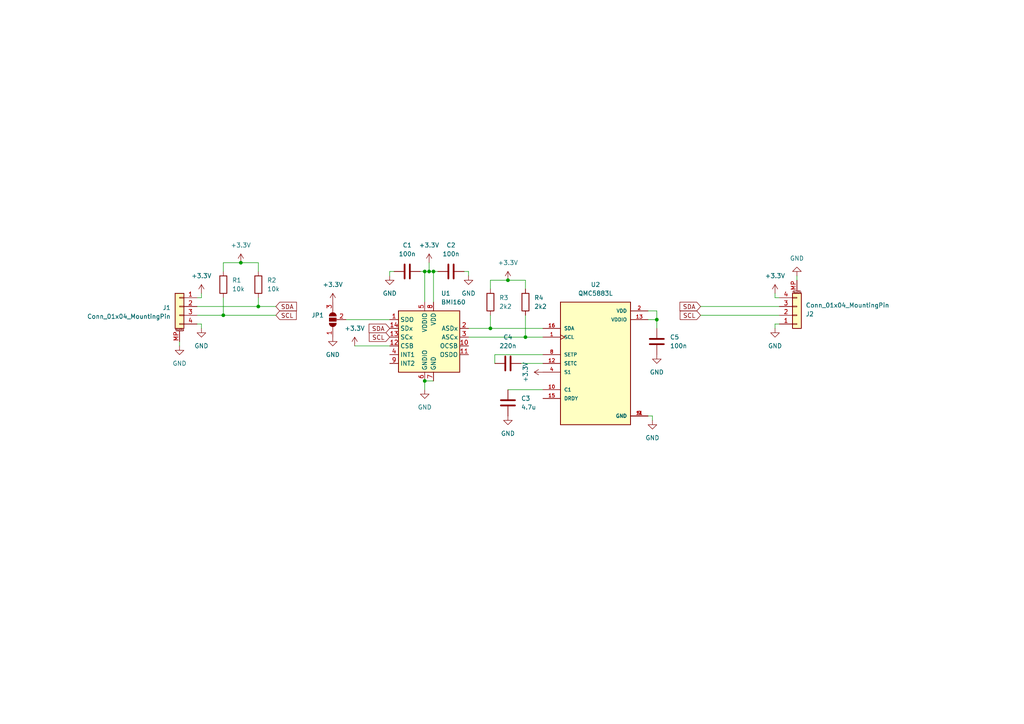
<source format=kicad_sch>
(kicad_sch (version 20230121) (generator eeschema)
  (paper "A4")
  (lib_symbols
    (symbol "Connector_Generic_MountingPin:Conn_01x04_MountingPin" (pin_names (offset 1.016) hide)
      (property "Reference" "J" (at 0 5.08 0))
      (property "Value" "Conn_01x04_MountingPin" (at 1.27 -7.62 0))
      (symbol "Conn_01x04_MountingPin_1_1"
        (rectangle (start -1.27 -4.953) (end 0 -5.207) (stroke (width 0.1524)))
        (rectangle (start -1.27 -2.413) (end 0 -2.667) (stroke (width 0.1524)))
        (rectangle (start -1.27 0.127) (end 0 -0.127) (stroke (width 0.1524)))
        (rectangle (start -1.27 2.667) (end 0 2.413) (stroke (width 0.1524)))
        (rectangle (start -1.27 3.81) (end 1.27 -6.35) (stroke (width 0.254)) (fill (type background)))
        (polyline (pts (xy -1.016 -7.112) (xy 1.016 -7.112)) (stroke (width 0.1524)))
        (text "Mounting" (at 0 -6.731 0) (effects (font (size 0.381 0.381))))
        (pin passive line (at -5.08 2.54 0) (length 3.81) (name "Pin_1") (number "1"))
        (pin passive line (at -5.08 0 0) (length 3.81) (name "Pin_2") (number "2"))
        (pin passive line (at -5.08 -2.54 0) (length 3.81) (name "Pin_3") (number "3"))
        (pin passive line (at -5.08 -5.08 0) (length 3.81) (name "Pin_4") (number "4"))
        (pin passive line (at 0 -10.16 90) (length 3.048) (name "MountPin") (number "MP"))
      )
    )
    (symbol "Device:C" (pin_numbers hide) (pin_names (offset 0.254))
      (property "Reference" "C" (at 0.635 2.54 0))
      (property "Value" "C" (at 0.635 -2.54 0))
      (symbol "C_0_1"
        (polyline (pts (xy -2.032 -0.762) (xy 2.032 -0.762)) (stroke (width 0.508)))
        (polyline (pts (xy -2.032 0.762) (xy 2.032 0.762)) (stroke (width 0.508)))
      )
      (symbol "C_1_1"
        (pin passive line (at 0 3.81 270) (length 2.794) (name "~") (number "1"))
        (pin passive line (at 0 -3.81 90) (length 2.794) (name "~") (number "2"))
      )
    )
    (symbol "Device:R" (pin_numbers hide) (pin_names (offset 0))
      (property "Reference" "R" (at 2.032 0 90))
      (property "Value" "R" (at 0 0 90))
      (symbol "R_0_1"
        (rectangle (start -1.016 -2.54) (end 1.016 2.54) (stroke (width 0.254)))
      )
      (symbol "R_1_1"
        (pin passive line (at 0 3.81 270) (length 1.27) (name "~") (number "1"))
        (pin passive line (at 0 -3.81 90) (length 1.27) (name "~") (number "2"))
      )
    )
    (symbol "HMC5883L-TR:HMC5883L-TR" (pin_names (offset 1.016))
      (property "Reference" "U" (at -10.16 19.05 0))
      (property "Value" "HMC5883L-TR" (at -10.16 -20.32 0))
      (symbol "HMC5883L-TR_0_0"
        (rectangle (start -10.16 -17.78) (end 10.16 17.78) (stroke (width 0.254)) (fill (type background)))
        (pin input clock (at -15.24 7.62 0) (length 5.08) (name "SCL") (number "1"))
        (pin bidirectional line (at -15.24 -7.62 0) (length 5.08) (name "C1") (number "10"))
        (pin power_in line (at 15.24 -15.24 180) (length 5.08) (name "GND") (number "11"))
        (pin bidirectional line (at -15.24 0 0) (length 5.08) (name "SETC") (number "12"))
        (pin power_in line (at 15.24 12.7 180) (length 5.08) (name "VDDIO") (number "13"))
        (pin bidirectional line (at -15.24 -10.16 0) (length 5.08) (name "DRDY") (number "15"))
        (pin input line (at -15.24 10.16 0) (length 5.08) (name "SDA") (number "16"))
        (pin power_in line (at 15.24 15.24 180) (length 5.08) (name "VDD") (number "2"))
        (pin bidirectional line (at -15.24 -2.54 0) (length 5.08) (name "S1") (number "4"))
        (pin bidirectional line (at -15.24 2.54 0) (length 5.08) (name "SETP") (number "8"))
        (pin power_in line (at 15.24 -15.24 180) (length 5.08) (name "GND") (number "9"))
      )
    )
    (symbol "Jumper:SolderJumper_3_Open" (pin_names (offset 0) hide)
      (property "Reference" "JP" (at -2.54 -2.54 0))
      (property "Value" "SolderJumper_3_Open" (at 0 2.794 0))
      (symbol "SolderJumper_3_Open_0_1"
        (arc (start -1.016 1.016) (mid -2.0276 0) (end -1.016 -1.016))
        (arc (start -1.016 1.016) (mid -2.0276 0) (end -1.016 -1.016) (fill (type outline)))
        (rectangle (start -0.508 1.016) (end 0.508 -1.016) (fill (type outline)))
        (polyline (pts (xy -2.54 0) (xy -2.032 0)))
        (polyline (pts (xy -1.016 1.016) (xy -1.016 -1.016)))
        (polyline (pts (xy 0 -1.27) (xy 0 -1.016)))
        (polyline (pts (xy 1.016 1.016) (xy 1.016 -1.016)))
        (polyline (pts (xy 2.54 0) (xy 2.032 0)))
        (arc (start 1.016 -1.016) (mid 2.0276 0) (end 1.016 1.016))
        (arc (start 1.016 -1.016) (mid 2.0276 0) (end 1.016 1.016) (fill (type outline)))
      )
      (symbol "SolderJumper_3_Open_1_1"
        (pin passive line (at -5.08 0 0) (length 2.54) (name "A") (number "1"))
        (pin passive line (at 0 -3.81 90) (length 2.54) (name "C") (number "2"))
        (pin passive line (at 5.08 0 180) (length 2.54) (name "B") (number "3"))
      )
    )
    (symbol "Sensor_Motion:BMI160"
      (property "Reference" "U" (at -10.16 8.89 0))
      (property "Value" "BMI160" (at 7.62 8.89 0))
      (symbol "BMI160_1_1"
        (rectangle (start -10.16 7.62) (end 7.62 -10.16) (stroke (width 0.254)) (fill (type background)))
        (pin bidirectional line (at -12.7 5.08 0) (length 2.54) (name "SDO") (number "1"))
        (pin bidirectional line (at 10.16 -2.54 180) (length 2.54) (name "OCSB") (number "10"))
        (pin bidirectional line (at 10.16 -5.08 180) (length 2.54) (name "OSDO") (number "11"))
        (pin input line (at -12.7 -2.54 0) (length 2.54) (name "CSB") (number "12"))
        (pin input line (at -12.7 0 0) (length 2.54) (name "SCx") (number "13"))
        (pin bidirectional line (at -12.7 2.54 0) (length 2.54) (name "SDx") (number "14"))
        (pin bidirectional line (at 10.16 2.54 180) (length 2.54) (name "ASDx") (number "2"))
        (pin output line (at 10.16 0 180) (length 2.54) (name "ASCx") (number "3"))
        (pin bidirectional line (at -12.7 -5.08 0) (length 2.54) (name "INT1") (number "4"))
        (pin power_in line (at -2.54 10.16 270) (length 2.54) (name "VDDIO") (number "5"))
        (pin power_in line (at -2.54 -12.7 90) (length 2.54) (name "GNDIO") (number "6"))
        (pin power_in line (at 0 -12.7 90) (length 2.54) (name "GND") (number "7"))
        (pin power_in line (at 0 10.16 270) (length 2.54) (name "VDD") (number "8"))
        (pin bidirectional line (at -12.7 -7.62 0) (length 2.54) (name "INT2") (number "9"))
      )
    )
    (symbol "power:+3.3V" (power) (pin_names (offset 0))
      (property "Value" "+3.3V" (at 0 3.556 0))
      (symbol "+3.3V_0_1"
        (polyline (pts (xy -0.762 1.27) (xy 0 2.54)))
        (polyline (pts (xy 0 0) (xy 0 2.54)))
        (polyline (pts (xy 0 2.54) (xy 0.762 1.27)))
      )
      (symbol "+3.3V_1_1"
        (pin power_in line (at 0 0 90) (length 0) hide (name "+3.3V") (number "1"))
      )
    )
    (symbol "power:GND" (power) (pin_names (offset 0))
      (property "Value" "GND" (at 0 -3.81 0))
      (symbol "GND_0_1"
        (polyline (pts (xy 0 0) (xy 0 -1.27) (xy 1.27 -1.27) (xy 0 -2.54) (xy -1.27 -1.27) (xy 0 -1.27)))
      )
      (symbol "GND_1_1"
        (pin power_in line (at 0 0 270) (length 0) hide (name "GND") (number "1"))
      )
    )
  )
  (junction (at 69.85 76.2))
  (junction (at 124.46 78.74))
  (junction (at 64.77 91.44))
  (junction (at 190.5 92.71))
  (junction (at 125.73 78.74))
  (junction (at 147.32 81.28))
  (junction (at 123.19 110.49))
  (junction (at 152.4 97.79))
  (junction (at 74.93 88.9))
  (junction (at 123.19 78.74))
  (junction (at 142.24 95.25))
  (wire (pts (xy 69.85 76.2) (xy 74.93 76.2)))
  (wire (pts (xy 226.06 93.98) (xy 224.79 93.98)))
  (wire (pts (xy 147.32 81.28) (xy 152.4 81.28)))
  (wire (pts (xy 142.24 83.82) (xy 142.24 81.28)))
  (wire (pts (xy 142.24 81.28) (xy 147.32 81.28)))
  (wire (pts (xy 100.33 92.71) (xy 113.03 92.71)))
  (wire (pts (xy 52.07 99.06) (xy 52.07 100.33)))
  (wire (pts (xy 203.2 91.44) (xy 226.06 91.44)))
  (wire (pts (xy 187.96 92.71) (xy 190.5 92.71)))
  (wire (pts (xy 134.62 78.74) (xy 135.89 78.74)))
  (wire (pts (xy 74.93 86.36) (xy 74.93 88.9)))
  (wire (pts (xy 189.23 120.65) (xy 189.23 121.92)))
  (wire (pts (xy 142.24 95.25) (xy 157.48 95.25)))
  (wire (pts (xy 123.19 110.49) (xy 123.19 113.03)))
  (wire (pts (xy 64.77 86.36) (xy 64.77 91.44)))
  (wire (pts (xy 147.32 113.03) (xy 157.48 113.03)))
  (wire (pts (xy 124.46 78.74) (xy 125.73 78.74)))
  (wire (pts (xy 190.5 92.71) (xy 190.5 95.25)))
  (wire (pts (xy 123.19 110.49) (xy 125.73 110.49)))
  (wire (pts (xy 135.89 95.25) (xy 142.24 95.25)))
  (wire (pts (xy 125.73 87.63) (xy 125.73 78.74)))
  (wire (pts (xy 124.46 76.2) (xy 124.46 78.74)))
  (wire (pts (xy 152.4 97.79) (xy 157.48 97.79)))
  (wire (pts (xy 58.42 86.36) (xy 58.42 85.09)))
  (wire (pts (xy 57.15 93.98) (xy 58.42 93.98)))
  (wire (pts (xy 151.13 105.41) (xy 157.48 105.41)))
  (wire (pts (xy 124.46 78.74) (xy 123.19 78.74)))
  (wire (pts (xy 57.15 88.9) (xy 74.93 88.9)))
  (wire (pts (xy 142.24 91.44) (xy 142.24 95.25)))
  (wire (pts (xy 64.77 91.44) (xy 80.01 91.44)))
  (wire (pts (xy 187.96 120.65) (xy 189.23 120.65)))
  (wire (pts (xy 203.2 88.9) (xy 226.06 88.9)))
  (wire (pts (xy 143.51 102.87) (xy 143.51 105.41)))
  (wire (pts (xy 102.87 100.33) (xy 113.03 100.33)))
  (wire (pts (xy 226.06 86.36) (xy 224.79 86.36)))
  (wire (pts (xy 64.77 76.2) (xy 69.85 76.2)))
  (wire (pts (xy 125.73 78.74) (xy 127 78.74)))
  (wire (pts (xy 135.89 78.74) (xy 135.89 80.01)))
  (wire (pts (xy 64.77 78.74) (xy 64.77 76.2)))
  (wire (pts (xy 231.14 81.28) (xy 231.14 80.01)))
  (wire (pts (xy 58.42 93.98) (xy 58.42 95.25)))
  (wire (pts (xy 135.89 97.79) (xy 152.4 97.79)))
  (wire (pts (xy 114.3 78.74) (xy 113.03 78.74)))
  (wire (pts (xy 152.4 91.44) (xy 152.4 97.79)))
  (wire (pts (xy 123.19 87.63) (xy 123.19 78.74)))
  (wire (pts (xy 152.4 81.28) (xy 152.4 83.82)))
  (wire (pts (xy 113.03 78.74) (xy 113.03 80.01)))
  (wire (pts (xy 74.93 88.9) (xy 80.01 88.9)))
  (wire (pts (xy 224.79 86.36) (xy 224.79 85.09)))
  (wire (pts (xy 157.48 102.87) (xy 143.51 102.87)))
  (wire (pts (xy 74.93 76.2) (xy 74.93 78.74)))
  (wire (pts (xy 57.15 86.36) (xy 58.42 86.36)))
  (wire (pts (xy 224.79 93.98) (xy 224.79 95.25)))
  (wire (pts (xy 190.5 90.17) (xy 190.5 92.71)))
  (wire (pts (xy 57.15 91.44) (xy 64.77 91.44)))
  (wire (pts (xy 187.96 90.17) (xy 190.5 90.17)))
  (wire (pts (xy 123.19 78.74) (xy 121.92 78.74)))
  (global_label "SDA" (shape input) (at 203.2 88.9 180) (property "Intersheetrefs" "${INTERSHEET_REFS}" (effects hide)))
  (global_label "SCL" (shape input) (at 203.2 91.44 180) (property "Intersheetrefs" "${INTERSHEET_REFS}" (effects hide)))
  (global_label "SCL" (shape input) (at 80.01 91.44 0) (property "Intersheetrefs" "${INTERSHEET_REFS}" (effects hide)))
  (global_label "SDA" (shape input) (at 113.03 95.25 180) (property "Intersheetrefs" "${INTERSHEET_REFS}" (effects hide)))
  (global_label "SCL" (shape input) (at 113.03 97.79 180) (property "Intersheetrefs" "${INTERSHEET_REFS}" (effects hide)))
  (global_label "SDA" (shape input) (at 80.01 88.9 0) (property "Intersheetrefs" "${INTERSHEET_REFS}" (effects hide)))
  (symbol (lib_id "Sensor_Motion:BMI160") (at 125.73 97.79 0) (unit 1)
    (property "Reference" "U1" (at 127.9241 85.09 0) (effects (justify left)))
    (property "Value" "BMI160" (at 127.9241 87.63 0) (effects (justify left)))
    (property "Footprint" "Package_LGA:Bosch_LGA-14_3x2.5mm_P0.5mm" (effects hide))
    (property "Datasheet" "https://www.bosch-sensortec.com/media/boschsensortec/downloads/datasheets/bst-bmi160-ds000.pdf" (effects hide))
  )
  (symbol (lib_id "Device:R") (at 64.77 82.55 0) (unit 1)
    (property "Reference" "R1" (at 67.31 81.28 0) (effects (justify left)))
    (property "Value" "10k" (at 67.31 83.82 0) (effects (justify left)))
    (property "Footprint" "Resistor_SMD:R_0201_0603Metric" (effects hide))
  )
  (symbol (lib_id "power:GND") (at 189.23 121.92 0) (unit 1)
    (property "Reference" "#PWR016" (effects hide))
    (property "Value" "GND" (at 189.23 127 0))
  )
  (symbol (lib_id "power:GND") (at 52.07 100.33 0) (mirror y) (unit 1)
    (property "Reference" "#PWR09" (effects hide))
    (property "Value" "GND" (at 52.07 105.41 0))
  )
  (symbol (lib_id "Device:R") (at 74.93 82.55 0) (unit 1)
    (property "Reference" "R2" (at 77.47 81.28 0) (effects (justify left)))
    (property "Value" "10k" (at 77.47 83.82 0) (effects (justify left)))
    (property "Footprint" "Resistor_SMD:R_0201_0603Metric" (effects hide))
  )
  (symbol (lib_id "power:+3.3V") (at 124.46 76.2 0) (mirror y) (unit 1)
    (property "Reference" "#PWR02" (effects hide))
    (property "Value" "+3.3V" (at 124.46 71.12 0))
  )
  (symbol (lib_id "power:GND") (at 135.89 80.01 0) (unit 1)
    (property "Reference" "#PWR05" (effects hide))
    (property "Value" "GND" (at 135.89 85.09 0))
  )
  (symbol (lib_id "HMC5883L-TR:HMC5883L-TR") (at 172.72 105.41 0) (unit 1)
    (property "Reference" "U2" (at 172.72 82.55 0))
    (property "Value" "QMC5883L" (at 172.72 85.09 0))
    (property "Footprint" "footprints:XDCR_HMC5883L-TR" (effects hide))
    (property "MF" "Honeywell Aerospace" (effects hide))
    (property "Description" "\nMagnetoresistive Sensor X, Y, Z Axis 16-LCC\n" (effects hide))
    (property "Package" "LCC-16 Honeywell" (effects hide))
    (property "Price" "None" (effects hide))
    (property "Check_prices" "https://www.snapeda.com/parts/HMC5883L-TR/Honeywell+Aerospace/view-part/?ref=eda" (effects hide))
    (property "STANDARD" "Manufacturer Recommendations" (effects hide))
    (property "PARTREV" "E" (effects hide))
    (property "SnapEDA_Link" "https://www.snapeda.com/parts/HMC5883L-TR/Honeywell+Aerospace/view-part/?ref=snap" (effects hide))
    (property "MP" "HMC5883L-TR" (effects hide))
    (property "Availability" "In Stock" (effects hide))
    (property "PACKAGE_MAXIMUM_HEIGHT" "0.9mm" (effects hide))
    (property "MANUFACTURER" "HONEYWELL" (effects hide))
  )
  (symbol (lib_id "Connector_Generic_MountingPin:Conn_01x04_MountingPin") (at 231.14 91.44 0) (mirror x) (unit 1)
    (property "Reference" "J2" (at 233.68 91.0844 0) (effects (justify left)))
    (property "Value" "Conn_01x04_MountingPin" (at 233.68 88.5444 0) (effects (justify left)))
    (property "Footprint" "Connector_JST:JST_SH_SM04B-SRSS-TB_1x04-1MP_P1.00mm_Horizontal" (effects hide))
  )
  (symbol (lib_id "Device:C") (at 118.11 78.74 90) (unit 1)
    (property "Reference" "C1" (at 118.11 71.12 90))
    (property "Value" "100n" (at 118.11 73.66 90))
    (property "Footprint" "Capacitor_SMD:C_0201_0603Metric" (effects hide))
  )
  (symbol (lib_id "power:+3.3V") (at 147.32 81.28 0) (mirror y) (unit 1)
    (property "Reference" "#PWR015" (effects hide))
    (property "Value" "+3.3V" (at 147.32 76.2 0))
  )
  (symbol (lib_id "Device:C") (at 190.5 99.06 0) (unit 1)
    (property "Reference" "C5" (at 194.31 97.79 0) (effects (justify left)))
    (property "Value" "100n" (at 194.31 100.33 0) (effects (justify left)))
    (property "Footprint" "Capacitor_SMD:C_0201_0603Metric" (effects hide))
  )
  (symbol (lib_id "power:GND") (at 231.14 80.01 0) (mirror x) (unit 1)
    (property "Reference" "#PWR012" (effects hide))
    (property "Value" "GND" (at 231.14 74.93 0))
  )
  (symbol (lib_id "power:+3.3V") (at 69.85 76.2 0) (unit 1)
    (property "Reference" "#PWR03" (effects hide))
    (property "Value" "+3.3V" (at 69.85 71.12 0))
  )
  (symbol (lib_id "Connector_Generic_MountingPin:Conn_01x04_MountingPin") (at 52.07 88.9 0) (mirror y) (unit 1)
    (property "Reference" "J1" (at 49.53 89.2556 0) (effects (justify left)))
    (property "Value" "Conn_01x04_MountingPin" (at 49.53 91.7956 0) (effects (justify left)))
    (property "Footprint" "Connector_JST:JST_SH_SM04B-SRSS-TB_1x04-1MP_P1.00mm_Horizontal" (effects hide))
  )
  (symbol (lib_id "power:GND") (at 96.52 97.79 0) (unit 1)
    (property "Reference" "#PWR08" (effects hide))
    (property "Value" "GND" (at 96.52 102.87 0))
  )
  (symbol (lib_id "Jumper:SolderJumper_3_Open") (at 96.52 92.71 90) (unit 1)
    (property "Reference" "JP1" (at 93.98 91.44 90) (effects (justify left)))
    (property "Value" "SolderJumper_3_Open" (effects hide))
    (property "Footprint" "footprints:Micro_Solder_Jumper" (effects hide))
  )
  (symbol (lib_id "power:+3.3V") (at 224.79 85.09 0) (mirror y) (unit 1)
    (property "Reference" "#PWR014" (effects hide))
    (property "Value" "+3.3V" (at 224.79 80.01 0))
  )
  (symbol (lib_id "power:+3.3V") (at 157.48 107.95 90) (mirror x) (unit 1)
    (property "Reference" "#PWR017" (effects hide))
    (property "Value" "+3.3V" (at 152.4 107.95 0))
  )
  (symbol (lib_id "power:GND") (at 190.5 102.87 0) (unit 1)
    (property "Reference" "#PWR019" (effects hide))
    (property "Value" "GND" (at 190.5 107.95 0))
  )
  (symbol (lib_id "power:GND") (at 224.79 95.25 0) (mirror y) (unit 1)
    (property "Reference" "#PWR013" (effects hide))
    (property "Value" "GND" (at 224.79 100.33 0))
  )
  (symbol (lib_id "Device:C") (at 130.81 78.74 90) (unit 1)
    (property "Reference" "C2" (at 130.81 71.12 90))
    (property "Value" "100n" (at 130.81 73.66 90))
    (property "Footprint" "Capacitor_SMD:C_0201_0603Metric" (effects hide))
  )
  (symbol (lib_id "power:GND") (at 147.32 120.65 0) (unit 1)
    (property "Reference" "#PWR018" (effects hide))
    (property "Value" "GND" (at 147.32 125.73 0))
  )
  (symbol (lib_id "Device:C") (at 147.32 116.84 0) (unit 1)
    (property "Reference" "C3" (at 151.13 115.57 0) (effects (justify left)))
    (property "Value" "4.7u" (at 151.13 118.11 0) (effects (justify left)))
    (property "Footprint" "Capacitor_SMD:C_0201_0603Metric" (effects hide))
  )
  (symbol (lib_id "power:+3.3V") (at 58.42 85.09 0) (unit 1)
    (property "Reference" "#PWR010" (effects hide))
    (property "Value" "+3.3V" (at 58.42 80.01 0))
  )
  (symbol (lib_id "Device:R") (at 142.24 87.63 0) (unit 1)
    (property "Reference" "R3" (at 144.78 86.36 0) (effects (justify left)))
    (property "Value" "2k2" (at 144.78 88.9 0) (effects (justify left)))
    (property "Footprint" "Resistor_SMD:R_0201_0603Metric" (effects hide))
  )
  (symbol (lib_id "power:GND") (at 58.42 95.25 0) (mirror y) (unit 1)
    (property "Reference" "#PWR011" (effects hide))
    (property "Value" "GND" (at 58.42 100.33 0))
  )
  (symbol (lib_id "power:GND") (at 123.19 113.03 0) (unit 1)
    (property "Reference" "#PWR01" (effects hide))
    (property "Value" "GND" (at 123.19 118.11 0))
  )
  (symbol (lib_id "Device:C") (at 147.32 105.41 90) (unit 1)
    (property "Reference" "C4" (at 147.32 97.79 90))
    (property "Value" "220n" (at 147.32 100.33 90))
    (property "Footprint" "Capacitor_SMD:C_0201_0603Metric" (effects hide))
  )
  (symbol (lib_id "power:+3.3V") (at 96.52 87.63 0) (mirror y) (unit 1)
    (property "Reference" "#PWR07" (effects hide))
    (property "Value" "+3.3V" (at 96.52 82.55 0))
  )
  (symbol (lib_id "power:GND") (at 113.03 80.01 0) (unit 1)
    (property "Reference" "#PWR04" (effects hide))
    (property "Value" "GND" (at 113.03 85.09 0))
  )
  (symbol (lib_id "Device:R") (at 152.4 87.63 0) (unit 1)
    (property "Reference" "R4" (at 154.94 86.36 0) (effects (justify left)))
    (property "Value" "2k2" (at 154.94 88.9 0) (effects (justify left)))
    (property "Footprint" "Resistor_SMD:R_0201_0603Metric" (effects hide))
  )
  (symbol (lib_id "power:+3.3V") (at 102.87 100.33 0) (mirror y) (unit 1)
    (property "Reference" "#PWR06" (effects hide))
    (property "Value" "+3.3V" (at 102.87 95.25 0))
  )
)
</source>
